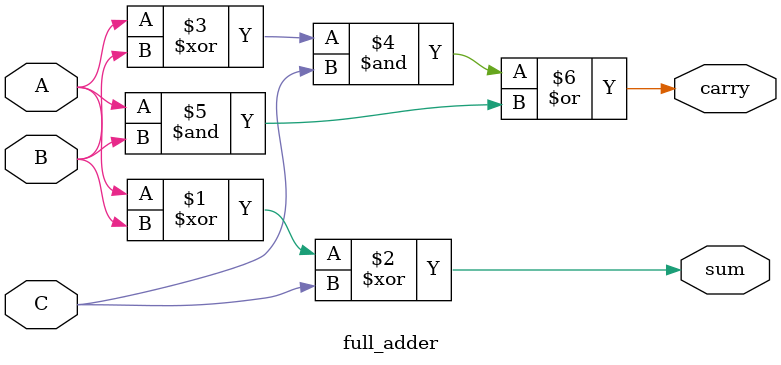
<source format=v>
`timescale 1ns / 1ps


module full_adder(
    input A,B,C,
    output sum, carry
);
    assign sum   = A ^ B ^ C;
    assign carry = (A ^ B) & C | (A & B);

endmodule

</source>
